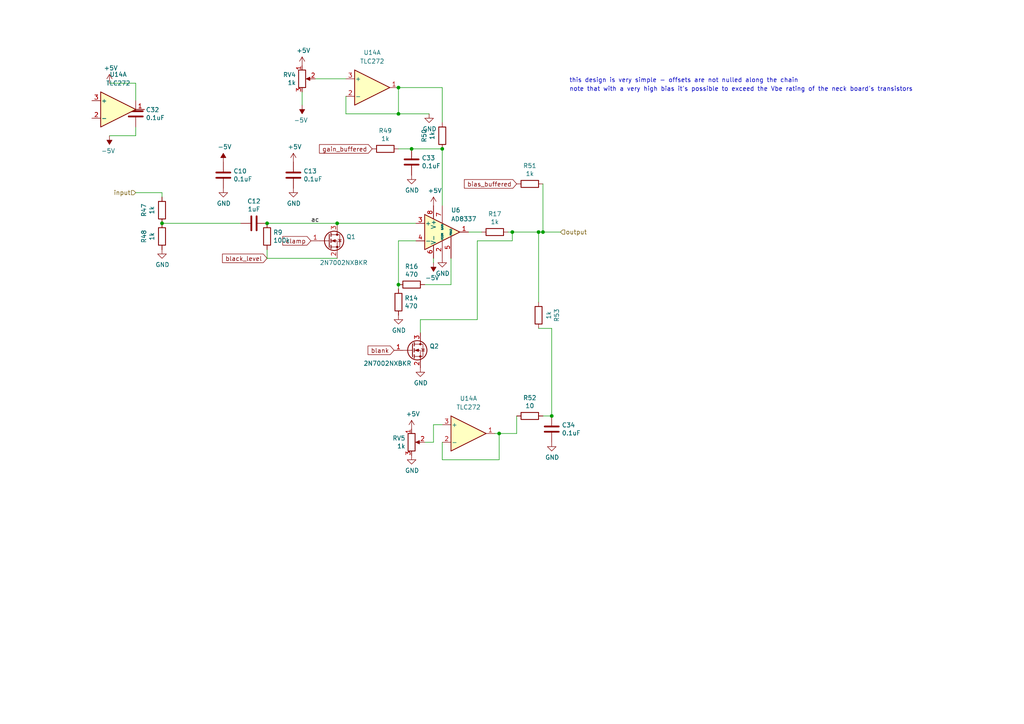
<source format=kicad_sch>
(kicad_sch (version 20211123) (generator eeschema)
  (paper "A4")
  (lib_symbols
    (symbol "Amplifier_Operational:TLC272" (pin_names (offset 0.127))
      (property "Reference" "U" (at 0 5.08 0))
      (property "Value" "TLC272" (at 0 -5.08 0))
      (symbol "TLC272_1_1"
        (polyline (pts (xy -5.08 5.08) (xy 5.08 0) (xy -5.08 -5.08) (xy -5.08 5.08)) (stroke (width 0.254)) (fill (type background)))
        (pin output line (at 7.62 0 180) (length 2.54) (name "~") (number "1"))
        (pin input line (at -7.62 -2.54 0) (length 2.54) (name "-") (number "2"))
        (pin input line (at -7.62 2.54 0) (length 2.54) (name "+") (number "3"))
      )
      (symbol "TLC272_2_1"
        (polyline (pts (xy -5.08 5.08) (xy 5.08 0) (xy -5.08 -5.08) (xy -5.08 5.08)) (stroke (width 0.254)) (fill (type background)))
        (pin input line (at -7.62 2.54 0) (length 2.54) (name "+") (number "5"))
        (pin input line (at -7.62 -2.54 0) (length 2.54) (name "-") (number "6"))
        (pin output line (at 7.62 0 180) (length 2.54) (name "~") (number "7"))
      )
      (symbol "TLC272_3_1"
        (pin power_in line (at -2.54 -7.62 90) (length 3.81) (name "V-") (number "4"))
        (pin power_in line (at -2.54 7.62 270) (length 3.81) (name "V+") (number "8"))
      )
    )
    (symbol "Device:C" (pin_numbers hide) (pin_names (offset 0.254))
      (property "Reference" "C" (at 0.635 2.54 0))
      (property "Value" "C" (at 0.635 -2.54 0))
      (symbol "C_0_1"
        (polyline (pts (xy -2.032 -0.762) (xy 2.032 -0.762)) (stroke (width 0.508)))
        (polyline (pts (xy -2.032 0.762) (xy 2.032 0.762)) (stroke (width 0.508)))
      )
      (symbol "C_1_1"
        (pin passive line (at 0 3.81 270) (length 2.794) (name "~") (number "1"))
        (pin passive line (at 0 -3.81 90) (length 2.794) (name "~") (number "2"))
      )
    )
    (symbol "Device:R" (pin_numbers hide) (pin_names (offset 0))
      (property "Reference" "R" (at 2.032 0 90))
      (property "Value" "R" (at 0 0 90))
      (symbol "R_0_1"
        (rectangle (start -1.016 -2.54) (end 1.016 2.54) (stroke (width 0.254)))
      )
      (symbol "R_1_1"
        (pin passive line (at 0 3.81 270) (length 1.27) (name "~") (number "1"))
        (pin passive line (at 0 -3.81 90) (length 1.27) (name "~") (number "2"))
      )
    )
    (symbol "Device:R_POT" (pin_names (offset 1.016) hide)
      (property "Reference" "RV" (at -4.445 0 90))
      (property "Value" "Device_R_POT" (at -2.54 0 90))
      (symbol "R_POT_0_1"
        (polyline (pts (xy 2.54 0) (xy 1.524 0)))
        (polyline (pts (xy 1.143 0) (xy 2.286 0.508) (xy 2.286 -0.508) (xy 1.143 0)) (fill (type outline)))
        (rectangle (start 1.016 2.54) (end -1.016 -2.54) (stroke (width 0.254)))
      )
      (symbol "R_POT_1_1"
        (pin passive line (at 0 3.81 270) (length 1.27) (name "1") (number "1"))
        (pin passive line (at 3.81 0 180) (length 1.27) (name "2") (number "2"))
        (pin passive line (at 0 -3.81 90) (length 1.27) (name "3") (number "3"))
      )
    )
    (symbol "Transistor_FET:2N7002" (pin_names hide)
      (property "Reference" "Q" (at 5.08 1.905 0))
      (property "Value" "2N7002" (at 5.08 0 0))
      (symbol "2N7002_0_1"
        (polyline (pts (xy 0.254 0) (xy -2.54 0)))
        (polyline (pts (xy 0.254 1.905) (xy 0.254 -1.905)) (stroke (width 0.254)))
        (polyline (pts (xy 0.762 -1.27) (xy 0.762 -2.286)) (stroke (width 0.254)))
        (polyline (pts (xy 0.762 0.508) (xy 0.762 -0.508)) (stroke (width 0.254)))
        (polyline (pts (xy 0.762 2.286) (xy 0.762 1.27)) (stroke (width 0.254)))
        (polyline (pts (xy 2.54 2.54) (xy 2.54 1.778)))
        (polyline (pts (xy 2.54 -2.54) (xy 2.54 0) (xy 0.762 0)))
        (polyline (pts (xy 0.762 -1.778) (xy 3.302 -1.778) (xy 3.302 1.778) (xy 0.762 1.778)))
        (polyline (pts (xy 1.016 0) (xy 2.032 0.381) (xy 2.032 -0.381) (xy 1.016 0)) (fill (type outline)))
        (polyline (pts (xy 2.794 0.508) (xy 2.921 0.381) (xy 3.683 0.381) (xy 3.81 0.254)))
        (polyline (pts (xy 3.302 0.381) (xy 2.921 -0.254) (xy 3.683 -0.254) (xy 3.302 0.381)))
        (circle (center 1.651 0) (radius 2.794) (stroke (width 0.254)))
        (circle (center 2.54 -1.778) (radius 0.254) (fill (type outline)))
        (circle (center 2.54 1.778) (radius 0.254) (fill (type outline)))
      )
      (symbol "2N7002_1_1"
        (pin input line (at -5.08 0 0) (length 2.54) (name "G") (number "1"))
        (pin passive line (at 2.54 -5.08 90) (length 2.54) (name "S") (number "2"))
        (pin passive line (at 2.54 5.08 270) (length 2.54) (name "D") (number "3"))
      )
    )
    (symbol "power:+5V" (power) (pin_names (offset 0))
      (property "Value" "+5V" (at 0 3.556 0))
      (symbol "+5V_0_1"
        (polyline (pts (xy -0.762 1.27) (xy 0 2.54)))
        (polyline (pts (xy 0 0) (xy 0 2.54)))
        (polyline (pts (xy 0 2.54) (xy 0.762 1.27)))
      )
      (symbol "+5V_1_1"
        (pin power_in line (at 0 0 90) (length 0) hide (name "+5V") (number "1"))
      )
    )
    (symbol "power:-5V" (power) (pin_names (offset 0))
      (property "Value" "-5V" (at 0 3.81 0))
      (symbol "-5V_0_0"
        (pin power_in line (at 0 0 90) (length 0) hide (name "-5V") (number "1"))
      )
      (symbol "-5V_0_1"
        (polyline (pts (xy 0 0) (xy 0 1.27) (xy 0.762 1.27) (xy 0 2.54) (xy -0.762 1.27) (xy 0 1.27)) (fill (type outline)))
      )
    )
    (symbol "power:GND" (power) (pin_names (offset 0))
      (property "Value" "GND" (at 0 -3.81 0))
      (symbol "GND_0_1"
        (polyline (pts (xy 0 0) (xy 0 -1.27) (xy 1.27 -1.27) (xy 0 -2.54) (xy -1.27 -1.27) (xy 0 -1.27)))
      )
      (symbol "GND_1_1"
        (pin power_in line (at 0 0 270) (length 0) hide (name "GND") (number "1"))
      )
    )
    (symbol "td-rgbinput:AD8337" (pin_names (offset 0.127))
      (property "Reference" "U" (at 1.27 6.35 0))
      (property "Value" "AD8337" (at 1.27 3.81 0))
      (symbol "AD8337_0_1"
        (polyline (pts (xy -5.08 5.08) (xy 5.08 0) (xy -5.08 -5.08) (xy -5.08 5.08)) (stroke (width 0.254)) (fill (type background)))
      )
      (symbol "AD8337_1_1"
        (pin output line (at 7.62 0 180) (length 2.54) (name "~") (number "1"))
        (pin power_in line (at 0 -7.62 90) (length 5.08) (name "VCOM") (number "2"))
        (pin input line (at -7.62 2.54 0) (length 2.54) (name "+") (number "3"))
        (pin input line (at -7.62 -2.54 0) (length 2.54) (name "-") (number "4"))
        (pin input line (at 2.54 -7.62 90) (length 6.35) (name "PRAO") (number "5"))
        (pin power_in line (at -2.54 -7.62 90) (length 3.81) (name "V-") (number "6"))
        (pin input line (at 0 7.62 270) (length 5.08) (name "GAIN") (number "7"))
        (pin power_in line (at -2.54 7.62 270) (length 3.81) (name "V+") (number "8"))
      )
    )
  )
  (junction (at 156.21 67.31))
  (junction (at 157.48 67.31))
  (junction (at 115.57 25.4))
  (junction (at 77.47 64.77))
  (junction (at 160.02 120.65))
  (junction (at 115.57 82.55))
  (junction (at 119.38 43.18))
  (junction (at 144.78 125.73))
  (junction (at 97.79 64.77))
  (junction (at 148.59 67.31))
  (junction (at 46.99 64.77))
  (junction (at 128.27 43.18))
  (junction (at 115.57 33.02))
  (wire (pts (xy 148.59 67.31) (xy 156.21 67.31)))
  (wire (pts (xy 148.59 69.85) (xy 148.59 67.31)))
  (wire (pts (xy 115.57 25.4) (xy 128.27 25.4)))
  (wire (pts (xy 149.86 125.73) (xy 149.86 120.65)))
  (wire (pts (xy 156.21 95.25) (xy 160.02 95.25)))
  (wire (pts (xy 128.27 43.18) (xy 128.27 59.69)))
  (wire (pts (xy 157.48 53.34) (xy 157.48 67.31)))
  (wire (pts (xy 138.43 92.71) (xy 138.43 69.85)))
  (wire (pts (xy 115.57 33.02) (xy 115.57 25.4)))
  (wire (pts (xy 157.48 67.31) (xy 162.56 67.31)))
  (wire (pts (xy 46.99 64.77) (xy 69.85 64.77)))
  (wire (pts (xy 31.75 24.13) (xy 39.37 24.13)))
  (wire (pts (xy 125.73 128.27) (xy 125.73 123.19)))
  (wire (pts (xy 115.57 69.85) (xy 120.65 69.85)))
  (wire (pts (xy 156.21 67.31) (xy 157.48 67.31)))
  (wire (pts (xy 115.57 43.18) (xy 119.38 43.18)))
  (wire (pts (xy 97.79 74.93) (xy 77.47 74.93)))
  (wire (pts (xy 156.21 87.63) (xy 156.21 67.31)))
  (wire (pts (xy 143.51 125.73) (xy 144.78 125.73)))
  (wire (pts (xy 91.44 22.86) (xy 100.33 22.86)))
  (wire (pts (xy 121.92 92.71) (xy 138.43 92.71)))
  (wire (pts (xy 97.79 64.77) (xy 120.65 64.77)))
  (wire (pts (xy 87.63 30.48) (xy 87.63 26.67)))
  (wire (pts (xy 97.79 64.77) (xy 77.47 64.77)))
  (wire (pts (xy 130.81 82.55) (xy 123.19 82.55)))
  (wire (pts (xy 115.57 33.02) (xy 124.46 33.02)))
  (wire (pts (xy 123.19 128.27) (xy 125.73 128.27)))
  (wire (pts (xy 77.47 72.39) (xy 77.47 74.93)))
  (wire (pts (xy 115.57 82.55) (xy 115.57 69.85)))
  (wire (pts (xy 144.78 125.73) (xy 149.86 125.73)))
  (wire (pts (xy 121.92 96.52) (xy 121.92 92.71)))
  (wire (pts (xy 160.02 95.25) (xy 160.02 120.65)))
  (wire (pts (xy 100.33 33.02) (xy 115.57 33.02)))
  (wire (pts (xy 31.75 39.37) (xy 39.37 39.37)))
  (wire (pts (xy 135.89 67.31) (xy 139.7 67.31)))
  (wire (pts (xy 39.37 39.37) (xy 39.37 36.83)))
  (wire (pts (xy 138.43 69.85) (xy 148.59 69.85)))
  (wire (pts (xy 39.37 24.13) (xy 39.37 29.21)))
  (wire (pts (xy 157.48 120.65) (xy 160.02 120.65)))
  (wire (pts (xy 128.27 35.56) (xy 128.27 25.4)))
  (wire (pts (xy 128.27 128.27) (xy 128.27 133.35)))
  (wire (pts (xy 46.99 55.88) (xy 39.37 55.88)))
  (wire (pts (xy 130.81 74.93) (xy 130.81 82.55)))
  (wire (pts (xy 144.78 133.35) (xy 144.78 125.73)))
  (wire (pts (xy 100.33 27.94) (xy 100.33 33.02)))
  (wire (pts (xy 119.38 43.18) (xy 128.27 43.18)))
  (wire (pts (xy 125.73 76.2) (xy 125.73 74.93)))
  (wire (pts (xy 115.57 83.82) (xy 115.57 82.55)))
  (wire (pts (xy 125.73 123.19) (xy 128.27 123.19)))
  (wire (pts (xy 46.99 57.15) (xy 46.99 55.88)))
  (wire (pts (xy 147.32 67.31) (xy 148.59 67.31)))
  (wire (pts (xy 128.27 133.35) (xy 144.78 133.35)))
  (text "this design is very simple - offsets are not nulled along the chain" (at 165.1 24.13 0) (effects (font (size 1.27 1.27)) (justify left bottom)))
  (text "note that with a very high bias it's possible to exceed the Vbe rating of the neck board's transistors" (at 165.1 26.67 0) (effects (font (size 1.27 1.27)) (justify left bottom)))
  (label "ac" (at 90.17 64.77 0))
  (global_label "gain_buffered" (shape input) (at 107.95 43.18 180) (property "Intersheet References" "${INTERSHEET_REFS}" (effects hide)))
  (global_label "black_level" (shape input) (at 77.47 74.93 180) (property "Intersheet References" "${INTERSHEET_REFS}" (effects hide)))
  (global_label "clamp" (shape input) (at 90.17 69.85 180) (property "Intersheet References" "${INTERSHEET_REFS}" (effects hide)))
  (global_label "bias_buffered" (shape input) (at 149.86 53.34 180) (property "Intersheet References" "${INTERSHEET_REFS}" (effects hide)))
  (global_label "blank" (shape input) (at 114.3 101.6 180) (property "Intersheet References" "${INTERSHEET_REFS}" (effects hide)))
  (hierarchical_label "output" (shape input) (at 162.56 67.31 0))
  (hierarchical_label "input" (shape input) (at 39.37 55.88 180))
  (symbol (lib_id "Device:C") (at 73.66 64.77 270)
    (property "Reference" "C12" (at 73.66 58.3692 90))
    (property "Value" "1uF" (at 73.66 60.6806 90))
    (property "Footprint" "Capacitor_SMD:C_0805_2012Metric" (effects hide))
    (property "Digikey" "1276-2926-1-ND" (effects hide))
  )
  (symbol (lib_id "Device:R") (at 77.47 68.58 0)
    (property "Reference" "R9" (at 79.248 67.4116 0) (effects (justify left)))
    (property "Value" "100k" (at 79.248 69.723 0) (effects (justify left)))
    (property "Footprint" "Resistor_SMD:R_0805_2012Metric" (effects hide))
    (property "Digikey" "311-10.0KCRCT-ND" (effects hide))
  )
  (symbol (lib_id "Transistor_FET:2N7002") (at 95.25 69.85 0)
    (property "Reference" "Q1" (at 100.4316 68.6816 0) (effects (justify left)))
    (property "Value" "2N7002NXBKR" (at 92.71 76.2 0) (effects (justify left)))
    (property "Footprint" "Package_TO_SOT_SMD:SOT-23" (effects hide))
    (property "Datasheet" "https://www.onsemi.com/pub/Collateral/NDS7002A-D.PDF" (effects hide))
    (property "Digikey" "1727-8642-1-ND" (effects hide))
  )
  (symbol (lib_id "td-rgbinput:AD8337") (at 128.27 67.31 0)
    (property "Reference" "U6" (at 130.81 60.96 0) (effects (justify left)))
    (property "Value" "AD8337" (at 130.81 63.5 0) (effects (justify left)))
    (property "Footprint" "td-deflect:LFCSP-8-1EP_3x3mm_P0.5mm_AD8337" (effects hide))
    (property "Datasheet" "http://www.ti.com/lit/ds/symlink/ne5534.pdf" (effects hide))
    (property "Digikey" "505-AD8337BCPZ-REELCT-ND" (effects hide))
  )
  (symbol (lib_id "Device:R") (at 115.57 87.63 180)
    (property "Reference" "R14" (at 117.348 86.4616 0) (effects (justify right)))
    (property "Value" "470" (at 117.348 88.773 0) (effects (justify right)))
    (property "Footprint" "Resistor_SMD:R_0805_2012Metric" (effects hide))
    (property "Digikey" "YAG3733CT-ND" (effects hide))
  )
  (symbol (lib_id "Device:R") (at 119.38 82.55 270)
    (property "Reference" "R16" (at 119.38 77.2922 90))
    (property "Value" "470" (at 119.38 79.6036 90))
    (property "Footprint" "Resistor_SMD:R_0805_2012Metric" (effects hide))
    (property "Digikey" "YAG3733CT-ND" (effects hide))
  )
  (symbol (lib_id "power:GND") (at 115.57 91.44 0)
    (property "Reference" "#PWR030" (effects hide))
    (property "Value" "GND" (at 115.697 95.8342 0))
  )
  (symbol (lib_id "power:-5V") (at 125.73 76.2 180)
    (property "Reference" "#PWR036" (effects hide))
    (property "Value" "-5V" (at 125.349 80.5942 0))
  )
  (symbol (lib_id "power:+5V") (at 125.73 59.69 0)
    (property "Reference" "#PWR035" (effects hide))
    (property "Value" "+5V" (at 126.111 55.2958 0))
  )
  (symbol (lib_id "power:GND") (at 128.27 74.93 0)
    (property "Reference" "#PWR037" (effects hide))
    (property "Value" "GND" (at 128.397 79.3242 0))
  )
  (symbol (lib_id "Device:R_POT") (at 87.63 22.86 0)
    (property "Reference" "RV4" (at 85.852 21.6916 0) (effects (justify right)))
    (property "Value" "1k" (at 85.852 24.003 0) (effects (justify right)))
    (property "Footprint" "Potentiometer_THT:Potentiometer_Bourns_3386P_Vertical" (effects hide))
    (property "Digikey" "3386P-102TLF-ND" (effects hide))
  )
  (symbol (lib_id "Device:R") (at 143.51 67.31 270)
    (property "Reference" "R17" (at 143.51 62.0522 90))
    (property "Value" "1k" (at 143.51 64.3636 90))
    (property "Footprint" "Resistor_SMD:R_0805_2012Metric" (effects hide))
    (property "Digikey" "311-1.00KCRCT-ND" (effects hide))
  )
  (symbol (lib_id "Transistor_FET:2N7002") (at 119.38 101.6 0)
    (property "Reference" "Q2" (at 124.5616 100.4316 0) (effects (justify left)))
    (property "Value" "2N7002NXBKR" (at 105.41 105.41 0) (effects (justify left)))
    (property "Footprint" "Package_TO_SOT_SMD:SOT-23" (effects hide))
    (property "Datasheet" "https://www.onsemi.com/pub/Collateral/NDS7002A-D.PDF" (effects hide))
    (property "Digikey" "1727-8642-1-ND" (effects hide))
  )
  (symbol (lib_id "power:GND") (at 121.92 106.68 0)
    (property "Reference" "#PWR031" (effects hide))
    (property "Value" "GND" (at 122.047 111.0742 0))
  )
  (symbol (lib_id "Device:R_POT") (at 119.38 128.27 0)
    (property "Reference" "RV5" (at 117.602 127.1016 0) (effects (justify right)))
    (property "Value" "1k" (at 117.602 129.413 0) (effects (justify right)))
    (property "Footprint" "Potentiometer_THT:Potentiometer_Bourns_3386P_Vertical" (effects hide))
    (property "Digikey" "3386P-102TLF-ND" (effects hide))
  )
  (symbol (lib_id "power:GND") (at 119.38 132.08 0)
    (property "Reference" "#PWR038" (effects hide))
    (property "Value" "GND" (at 119.507 136.4742 0))
  )
  (symbol (lib_id "Device:C") (at 85.09 50.8 0)
    (property "Reference" "C13" (at 88.011 49.6316 0) (effects (justify left)))
    (property "Value" "0.1uF" (at 88.011 51.943 0) (effects (justify left)))
    (property "Footprint" "Capacitor_SMD:C_0805_2012Metric" (effects hide))
    (property "Digikey" "1276-2444-1-ND" (effects hide))
  )
  (symbol (lib_id "power:GND") (at 85.09 54.61 0)
    (property "Reference" "#PWR028" (effects hide))
    (property "Value" "GND" (at 85.217 59.0042 0))
  )
  (symbol (lib_id "power:+5V") (at 85.09 46.99 0)
    (property "Reference" "#PWR027" (effects hide))
    (property "Value" "+5V" (at 85.471 42.5958 0))
  )
  (symbol (lib_id "Device:C") (at 64.77 50.8 0)
    (property "Reference" "C10" (at 67.691 49.6316 0) (effects (justify left)))
    (property "Value" "0.1uF" (at 67.691 51.943 0) (effects (justify left)))
    (property "Footprint" "Capacitor_SMD:C_0805_2012Metric" (effects hide))
    (property "Digikey" "1276-2444-1-ND" (effects hide))
  )
  (symbol (lib_id "power:GND") (at 64.77 54.61 0)
    (property "Reference" "#PWR026" (effects hide))
    (property "Value" "GND" (at 64.897 59.0042 0))
  )
  (symbol (lib_id "power:-5V") (at 64.77 46.99 0)
    (property "Reference" "#PWR025" (effects hide))
    (property "Value" "-5V" (at 65.151 42.5958 0))
  )
  (symbol (lib_id "power:-5V") (at 87.63 30.48 180)
    (property "Reference" "#PWR0146" (effects hide))
    (property "Value" "-5V" (at 87.249 34.8742 0))
  )
  (symbol (lib_id "Amplifier_Operational:TLC272") (at 135.89 125.73 0)
    (property "Reference" "U14" (at 135.89 115.57 0))
    (property "Value" "TLC272" (at 135.89 118.11 0))
    (property "Footprint" "Package_SO:SOIC-8_3.9x4.9mm_P1.27mm" (effects hide))
    (property "Datasheet" "http://www.ti.com/lit/ds/symlink/tlc272.pdf" (effects hide))
  )
  (symbol (lib_id "power:GND") (at 160.02 128.27 0)
    (property "Reference" "#PWR0138" (effects hide))
    (property "Value" "GND" (at 160.147 132.6642 0))
  )
  (symbol (lib_id "Device:R") (at 46.99 60.96 0)
    (property "Reference" "R47" (at 41.7322 60.96 90))
    (property "Value" "1k" (at 44.0436 60.96 90))
    (property "Footprint" "Resistor_SMD:R_0805_2012Metric" (effects hide))
    (property "Digikey" "311-1.00KCRCT-ND" (effects hide))
  )
  (symbol (lib_id "Amplifier_Operational:TLC272") (at 34.29 31.75 0)
    (property "Reference" "U14" (at 34.29 21.59 0))
    (property "Value" "TLC272" (at 34.29 24.13 0))
    (property "Footprint" "Package_SO:SOIC-8_3.9x4.9mm_P1.27mm" (effects hide))
    (property "Datasheet" "http://www.ti.com/lit/ds/symlink/tlc272.pdf" (effects hide))
  )
  (symbol (lib_id "power:-5V") (at 31.75 39.37 180)
    (property "Reference" "#PWR0145" (effects hide))
    (property "Value" "-5V" (at 31.369 43.7642 0))
  )
  (symbol (lib_id "Device:R") (at 128.27 39.37 0)
    (property "Reference" "R50" (at 123.0122 39.37 90))
    (property "Value" "1k" (at 125.3236 39.37 90))
    (property "Footprint" "Resistor_SMD:R_0805_2012Metric" (effects hide))
    (property "Digikey" "311-1.00KCRCT-ND" (effects hide))
  )
  (symbol (lib_id "power:GND") (at 119.38 50.8 0)
    (property "Reference" "#PWR0142" (effects hide))
    (property "Value" "GND" (at 119.507 55.1942 0))
  )
  (symbol (lib_id "Device:C") (at 39.37 33.02 0)
    (property "Reference" "C32" (at 42.291 31.8516 0) (effects (justify left)))
    (property "Value" "0.1uF" (at 42.291 34.163 0) (effects (justify left)))
    (property "Footprint" "Capacitor_SMD:C_0805_2012Metric" (effects hide))
    (property "Digikey" "1276-2444-1-ND" (effects hide))
  )
  (symbol (lib_id "Device:R") (at 153.67 53.34 270)
    (property "Reference" "R51" (at 153.67 48.0822 90))
    (property "Value" "1k" (at 153.67 50.3936 90))
    (property "Footprint" "Resistor_SMD:R_0805_2012Metric" (effects hide))
    (property "Digikey" "311-1.00KCRCT-ND" (effects hide))
  )
  (symbol (lib_id "Device:C") (at 160.02 124.46 0)
    (property "Reference" "C34" (at 162.941 123.2916 0) (effects (justify left)))
    (property "Value" "0.1uF" (at 162.941 125.603 0) (effects (justify left)))
    (property "Footprint" "Capacitor_SMD:C_0805_2012Metric" (effects hide))
    (property "Digikey" "1276-2444-1-ND" (effects hide))
  )
  (symbol (lib_id "power:+5V") (at 87.63 19.05 0)
    (property "Reference" "#PWR0141" (effects hide))
    (property "Value" "+5V" (at 88.011 14.6558 0))
  )
  (symbol (lib_id "Device:R") (at 153.67 120.65 270)
    (property "Reference" "R52" (at 153.67 115.3922 90))
    (property "Value" "10" (at 153.67 117.7036 90))
    (property "Footprint" "Resistor_SMD:R_0805_2012Metric" (effects hide))
    (property "Digikey" "YAG3690CT-ND" (effects hide))
  )
  (symbol (lib_id "Amplifier_Operational:TLC272") (at 107.95 25.4 0)
    (property "Reference" "U14" (at 107.95 15.24 0))
    (property "Value" "TLC272" (at 107.95 17.78 0))
    (property "Footprint" "Package_SO:SOIC-8_3.9x4.9mm_P1.27mm" (effects hide))
    (property "Datasheet" "http://www.ti.com/lit/ds/symlink/tlc272.pdf" (effects hide))
  )
  (symbol (lib_id "power:GND") (at 124.46 33.02 0)
    (property "Reference" "#PWR0140" (effects hide))
    (property "Value" "GND" (at 124.587 37.4142 0))
  )
  (symbol (lib_id "power:+5V") (at 31.75 24.13 0)
    (property "Reference" "#PWR0143" (effects hide))
    (property "Value" "+5V" (at 32.131 19.7358 0))
  )
  (symbol (lib_id "Device:R") (at 156.21 91.44 180)
    (property "Reference" "R53" (at 161.4678 91.44 90))
    (property "Value" "1k" (at 159.1564 91.44 90))
    (property "Footprint" "Resistor_SMD:R_0805_2012Metric" (effects hide))
    (property "Digikey" "311-1.00KCRCT-ND" (effects hide))
  )
  (symbol (lib_id "Device:C") (at 119.38 46.99 0)
    (property "Reference" "C33" (at 122.301 45.8216 0) (effects (justify left)))
    (property "Value" "0.1uF" (at 122.301 48.133 0) (effects (justify left)))
    (property "Footprint" "Capacitor_SMD:C_0805_2012Metric" (effects hide))
    (property "Digikey" "1276-2444-1-ND" (effects hide))
  )
  (symbol (lib_id "power:GND") (at 46.99 72.39 0)
    (property "Reference" "#PWR0144" (effects hide))
    (property "Value" "GND" (at 47.117 76.7842 0))
  )
  (symbol (lib_id "Device:R") (at 46.99 68.58 0)
    (property "Reference" "R48" (at 41.7322 68.58 90))
    (property "Value" "1k" (at 44.0436 68.58 90))
    (property "Footprint" "Resistor_SMD:R_0805_2012Metric" (effects hide))
    (property "Digikey" "311-1.00KCRCT-ND" (effects hide))
  )
  (symbol (lib_id "power:+5V") (at 119.38 124.46 0)
    (property "Reference" "#PWR0139" (effects hide))
    (property "Value" "+5V" (at 119.761 120.0658 0))
  )
  (symbol (lib_id "Device:R") (at 111.76 43.18 270)
    (property "Reference" "R49" (at 111.76 37.9222 90))
    (property "Value" "1k" (at 111.76 40.2336 90))
    (property "Footprint" "Resistor_SMD:R_0805_2012Metric" (effects hide))
    (property "Digikey" "311-1.00KCRCT-ND" (effects hide))
  )
)
</source>
